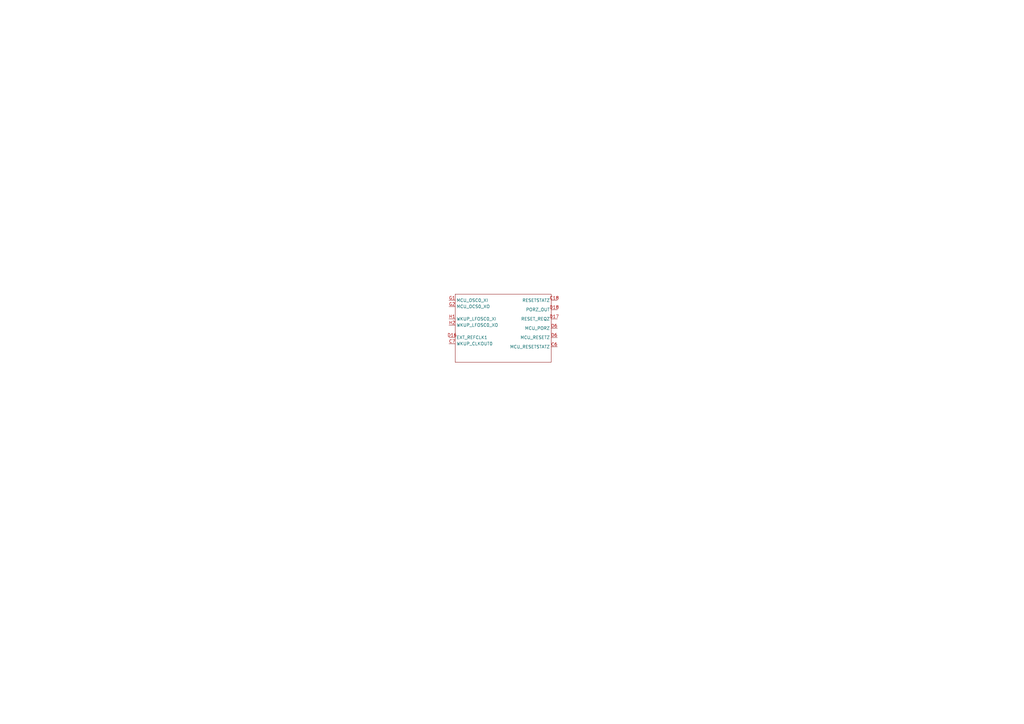
<source format=kicad_sch>
(kicad_sch (version 20250114) (generator "eeschema") (generator_version "9.0")
  (paper "A3")
  (lib_symbols
    (symbol "osd62x-pm_1"
      (symbol "osd62x-pm_1_1_1"
        (rectangle (start -20.32 -2.54) (end 19.05 -198.12))
        (pin power_in line (at -22.86 -5.08 0) (length 2.54) (name "VDD_CORE") (number "G13"))
        (pin power_in line (at -22.86 -7.62 0) (length 2.54) (name "VDD_CORE") (number "G14"))
        (pin power_in line (at -22.86 -10.16 0) (length 2.54) (name "VDD_CORE") (number "G15"))
        (pin power_in line (at -22.86 -12.7 0) (length 2.54) (name "VDD_CORE") (number "G16"))
        (pin power_in line (at -22.86 -15.24 0) (length 2.54) (name "VDD_CORE") (number "G16"))
        (pin power_in line (at -22.86 -17.78 0) (length 2.54) (name "VDD_CORE") (number "H12"))
        (pin power_in line (at -22.86 -20.32 0) (length 2.54) (name "VDD_CORE") (number "H13"))
        (pin power_in line (at -22.86 -22.86 0) (length 2.54) (name "VDD_CORE") (number "H14"))
        (pin power_in line (at -22.86 -25.4 0) (length 2.54) (name "VDD_CORE") (number "H15"))
        (pin power_in line (at -22.86 -27.94 0) (length 2.54) (name "VDD_CORE") (number "H16"))
        (pin power_in line (at -22.86 -30.48 0) (length 2.54) (name "VDD_CORE") (number "J12"))
        (pin power_in line (at -22.86 -33.02 0) (length 2.54) (name "VDD_CORE") (number "J13"))
        (pin power_in line (at -22.86 -35.56 0) (length 2.54) (name "VDD_CORE") (number "J16"))
        (pin power_in line (at -22.86 -38.1 0) (length 2.54) (name "VDD_CORE") (number "K12"))
        (pin power_in line (at -22.86 -40.64 0) (length 2.54) (name "VDD_CORE") (number "K13"))
        (pin power_in line (at -22.86 -43.18 0) (length 2.54) (name "VDD_CORE") (number "K16"))
        (pin power_in line (at -22.86 -45.72 0) (length 2.54) (name "VDD_CORE") (number "L13"))
        (pin power_in line (at -22.86 -48.26 0) (length 2.54) (name "VDD_CORE") (number "L14"))
        (pin power_in line (at -22.86 -50.8 0) (length 2.54) (name "VDD_CORE") (number "L15"))
        (pin power_in line (at -22.86 -55.88 0) (length 2.54) (name "VDDR_CORE") (number "H17"))
        (pin power_in line (at -22.86 -58.42 0) (length 2.54) (name "VDDR_CORE") (number "H18"))
        (pin power_in line (at -22.86 -60.96 0) (length 2.54) (name "VDDR_CORE") (number "J17"))
        (pin power_in line (at -22.86 -63.5 0) (length 2.54) (name "VDDR_CORE") (number "J18"))
        (pin power_in line (at -22.86 -66.04 0) (length 2.54) (name "VDDR_CORE") (number "K17"))
        (pin power_in line (at -22.86 -68.58 0) (length 2.54) (name "VDDR_CORE") (number "K18"))
        (pin power_in line (at -22.86 -71.12 0) (length 2.54) (name "VDDR_CORE") (number "L17"))
        (pin power_in line (at -22.86 -73.66 0) (length 2.54) (name "VDDR_CORE") (number "L18"))
        (pin power_in line (at -22.86 -78.74 0) (length 2.54) (name "DDR_VPP") (number "N10"))
        (pin power_in line (at -22.86 -85.09 0) (length 2.54) (name "VDDA_CORE_CSIRX0") (number "M13"))
        (pin power_in line (at -22.86 -88.9 0) (length 2.54) (name "VDDA_CORE_USB") (number "M12"))
        (pin power_in line (at -22.86 -92.71 0) (length 2.54) (name "VDD_CANUART") (number "G12"))
        (pin power_in line (at -22.86 -102.87 0) (length 2.54) (name "VDDA_1P8_OLDI0") (number "P11"))
        (pin power_in line (at -22.86 -105.41 0) (length 2.54) (name "VDDA_1P8_CSIRX0") (number "P13"))
        (pin power_in line (at -22.86 -107.95 0) (length 2.54) (name "VDDA_1P8_USB") (number "P12"))
        (pin power_in line (at -22.86 -110.49 0) (length 2.54) (name "VDDA_PLL0") (number "N13"))
        (pin power_in line (at -22.86 -113.03 0) (length 2.54) (name "VDDA_PLL1") (number "N14"))
        (pin power_in line (at -22.86 -115.57 0) (length 2.54) (name "VDDA_PLL2") (number "F14"))
        (pin power_in line (at -22.86 -118.11 0) (length 2.54) (name "VDDA_MCU") (number "F13"))
        (pin power_in line (at -22.86 -120.65 0) (length 2.54) (name "VDDA_TEMP") (number "N12"))
        (pin power_in line (at -22.86 -123.19 0) (length 2.54) (name "VDDA_OSC0") (number "D15"))
        (pin power_in line (at -22.86 -125.73 0) (length 2.54) (name "VDDA_3P3_USB") (number "N7"))
        (pin power_in line (at -22.86 -135.89 0) (length 2.54) (name "VPP") (number "C16"))
        (pin power_in line (at -22.86 -144.78 0) (length 2.54) (name "VMON_SYS") (number "A15"))
        (pin power_in line (at -22.86 -149.86 0) (length 2.54) (name "VMON_1P8_SOC") (number "C15"))
        (pin power_in line (at -22.86 -154.94 0) (length 2.54) (name "VMON_3P3_SOC") (number "B15"))
        (pin power_in line (at 21.59 -5.08 180) (length 2.54) (name "VDDS_DDR") (number "K10"))
        (pin power_in line (at 21.59 -7.62 180) (length 2.54) (name "VDDS_DDR") (number "K11"))
        (pin power_in line (at 21.59 -10.16 180) (length 2.54) (name "VDDS_DDR") (number "L9"))
        (pin power_in line (at 21.59 -12.7 180) (length 2.54) (name "VDDS_DDR") (number "L10"))
        (pin power_in line (at 21.59 -15.24 180) (length 2.54) (name "VDDS_DDR") (number "L11"))
        (pin power_in line (at 21.59 -17.78 180) (length 2.54) (name "VDDS_DDR") (number "M8"))
        (pin power_in line (at 21.59 -20.32 180) (length 2.54) (name "VDDS_DDR") (number "M9"))
        (pin power_in line (at 21.59 -22.86 180) (length 2.54) (name "VDDS_DDR") (number "M10"))
        (pin power_in line (at 21.59 -25.4 180) (length 2.54) (name "VDDS_DDR") (number "N8"))
        (pin power_in line (at 21.59 -27.94 180) (length 2.54) (name "VDDS_DDR") (number "N9"))
        (pin power_in line (at 21.59 -31.75 180) (length 2.54) (name "VDDSHV_CANUART") (number "F11"))
        (pin power_in line (at 21.59 -34.29 180) (length 2.54) (name "VDDSHV_CANUART") (number "G10"))
        (pin power_in line (at 21.59 -36.83 180) (length 2.54) (name "VDDSHV_MCU") (number "F12"))
        (pin power_in line (at 21.59 -39.37 180) (length 2.54) (name "VDDSHV_MCU") (number "G11"))
        (pin power_in line (at 21.59 -43.18 180) (length 2.54) (name "VDDSHV0") (number "J21"))
        (pin power_in line (at 21.59 -45.72 180) (length 2.54) (name "VDDSHV0") (number "J22"))
        (pin power_in line (at 21.59 -48.26 180) (length 2.54) (name "VDDSHV1") (number "K21"))
        (pin power_in line (at 21.59 -50.8 180) (length 2.54) (name "VDDSHV1") (number "K22"))
        (pin power_in line (at 21.59 -53.34 180) (length 2.54) (name "VDDSHV2") (number "M21"))
        (pin power_in line (at 21.59 -55.88 180) (length 2.54) (name "VDDSHV2") (number "M22"))
        (pin power_in line (at 21.59 -58.42 180) (length 2.54) (name "VDDSHV3") (number "L21"))
        (pin power_in line (at 21.59 -60.96 180) (length 2.54) (name "VDDSHV3") (number "L22"))
        (pin power_in line (at 21.59 -63.5 180) (length 2.54) (name "VDDSHV4") (number "N11"))
        (pin power_in line (at 21.59 -66.04 180) (length 2.54) (name "VDDSHV4") (number "P10"))
        (pin power_in line (at 21.59 -68.58 180) (length 2.54) (name "VDDSHV5") (number "G21"))
        (pin power_in line (at 21.59 -71.12 180) (length 2.54) (name "VDDSHV5") (number "G22"))
        (pin power_in line (at 21.59 -73.66 180) (length 2.54) (name "VDDSHV6") (number "H21"))
        (pin power_in line (at 21.59 -76.2 180) (length 2.54) (name "VDDSHV6") (number "H22"))
        (pin power_in line (at 21.59 -80.01 180) (length 2.54) (name "VSS") (number "A2"))
        (pin power_in line (at 21.59 -82.55 180) (length 2.54) (name "VSS") (number "A14"))
        (pin power_in line (at 21.59 -85.09 180) (length 2.54) (name "VSS") (number "A27"))
        (pin power_in line (at 21.59 -87.63 180) (length 2.54) (name "VSS") (number "B1"))
        (pin power_in line (at 21.59 -90.17 180) (length 2.54) (name "VSS") (number "B14"))
        (pin power_in line (at 21.59 -92.71 180) (length 2.54) (name "VSS") (number "B28"))
        (pin power_in line (at 21.59 -95.25 180) (length 2.54) (name "VSS") (number "C3"))
        (pin power_in line (at 21.59 -97.79 180) (length 2.54) (name "VSS") (number "C4"))
        (pin power_in line (at 21.59 -100.33 180) (length 2.54) (name "VSS") (number "C14"))
        (pin power_in line (at 21.59 -102.87 180) (length 2.54) (name "VSS") (number "D3"))
        (pin power_in line (at 21.59 -105.41 180) (length 2.54) (name "VSS") (number "D4"))
        (pin power_in line (at 21.59 -107.95 180) (length 2.54) (name "VSS") (number "D14"))
        (pin power_in line (at 21.59 -110.49 180) (length 2.54) (name "VSS") (number "E3"))
        (pin power_in line (at 21.59 -113.03 180) (length 2.54) (name "VSS") (number "E4"))
        (pin power_in line (at 21.59 -115.57 180) (length 2.54) (name "VSS") (number "E5"))
        (pin power_in line (at 21.59 -118.11 180) (length 2.54) (name "VSS") (number "E6"))
        (pin power_in line (at 21.59 -120.65 180) (length 2.54) (name "VSS") (number "E7"))
        (pin power_in line (at 21.59 -123.19 180) (length 2.54) (name "VSS") (number "E8"))
        (pin power_in line (at 21.59 -125.73 180) (length 2.54) (name "VSS") (number "E9"))
        (pin power_in line (at 21.59 -128.27 180) (length 2.54) (name "VSS") (number "E10"))
        (pin power_in line (at 21.59 -130.81 180) (length 2.54) (name "VSS") (number "E11"))
        (pin power_in line (at 21.59 -133.35 180) (length 2.54) (name "VSS") (number "E12"))
        (pin power_in line (at 21.59 -135.89 180) (length 2.54) (name "VSS") (number "E13"))
        (pin power_in line (at 21.59 -138.43 180) (length 2.54) (name "VSS") (number "E16"))
        (pin power_in line (at 21.59 -140.97 180) (length 2.54) (name "VSS") (number "E17"))
        (pin power_in line (at 21.59 -143.51 180) (length 2.54) (name "VSS") (number "E18"))
        (pin power_in line (at 21.59 -146.05 180) (length 2.54) (name "VSS") (number "E19"))
        (pin power_in line (at 21.59 -148.59 180) (length 2.54) (name "VSS") (number "E20"))
        (pin power_in line (at 21.59 -151.13 180) (length 2.54) (name "VSS") (number "E21"))
        (pin power_in line (at 21.59 -153.67 180) (length 2.54) (name "VSS") (number "E22"))
        (pin power_in line (at 21.59 -156.21 180) (length 2.54) (name "VSS") (number "E23"))
        (pin power_in line (at 21.59 -158.75 180) (length 2.54) (name "VSS") (number "E24"))
        (pin power_in line (at 21.59 -161.29 180) (length 2.54) (name "VSS") (number "F19"))
        (pin power_in line (at 21.59 -163.83 180) (length 2.54) (name "VSS") (number "F20"))
        (pin power_in line (at 21.59 -166.37 180) (length 2.54) (name "VSS") (number "F21"))
        (pin power_in line (at 21.59 -168.91 180) (length 2.54) (name "VSS") (number "F22"))
        (pin power_in line (at 21.59 -171.45 180) (length 2.54) (name "VSS") (number "F23"))
        (pin power_in line (at 21.59 -173.99 180) (length 2.54) (name "VSS") (number "F24"))
        (pin power_in line (at 21.59 -176.53 180) (length 2.54) (name "VSS") (number "G19"))
        (pin power_in line (at 21.59 -179.07 180) (length 2.54) (name "VSS") (number "G20"))
        (pin power_in line (at 21.59 -181.61 180) (length 2.54) (name "VSS") (number "G23"))
        (pin power_in line (at 21.59 -184.15 180) (length 2.54) (name "VSS") (number "G24"))
        (pin power_in line (at 21.59 -186.69 180) (length 2.54) (name "VSS") (number "H19"))
        (pin power_in line (at 21.59 -189.23 180) (length 2.54) (name "VSS") (number "H20"))
        (pin power_in line (at 21.59 -191.77 180) (length 2.54) (name "VSS") (number "H24"))
        (pin power_in line (at 21.59 -194.31 180) (length 2.54) (name "VSS") (number "J14"))
        (pin power_in line (at 21.59 -196.85 180) (length 2.54) (name "VSS") (number "J15"))
      )
      (symbol "osd62x-pm_1_2_1"
        (rectangle (start -19.05 -2.54) (end 20.32 -30.48))
        (pin input line (at -184.15 132.08 0) (length 2.54) (name "MCU_OSC0_XI") (number "G1"))
        (pin input line (at -21.59 -5.08 0) (length 2.54) (name "MCU_OSC0_XI") (number "G1"))
        (pin output line (at -21.59 -7.62 0) (length 2.54) (name "MCU_OCS0_XO") (number "G2"))
        (pin input line (at -21.59 -12.7 0) (length 2.54) (name "WKUP_LFOSC0_XI") (number "H1"))
        (pin output line (at -21.59 -15.24 0) (length 2.54) (name "WKUP_LFOSC0_XO") (number "H2"))
        (pin input line (at -21.59 -20.32 0) (length 2.54) (name "EXT_REFCLK1") (number "D16"))
        (pin output line (at -21.59 -22.86 0) (length 2.54) (name "WKUP_CLKOUT0") (number "C7"))
        (pin output line (at 22.86 -5.08 180) (length 2.54) (name "RESETSTATZ") (number "C18"))
        (pin output line (at 22.86 -8.89 180) (length 2.54) (name "PORZ_OUT") (number "D18"))
        (pin input line (at 22.86 -12.7 180) (length 2.54) (name "RESET_REQZ") (number "D17"))
        (pin input line (at 22.86 -16.51 180) (length 2.54) (name "MCU_PORZ") (number "D6"))
        (pin input line (at 22.86 -20.32 180) (length 2.54) (name "MCU_RESETZ") (number "D6"))
        (pin output line (at 22.86 -24.13 180) (length 2.54) (name "MCU_RESETSTATZ") (number "C6"))
      )
      (symbol "osd62x-pm_1_3_1"
        (rectangle (start -20.32 -2.54) (end 19.05 -55.88))
        (pin power_in line (at -22.86 -5.08 0) (length 2.54) (name "DDR_VPP") (number "N10"))
        (pin no_connect line (at -22.86 -8.89 0) (length 2.54) (name "DDR_RSVD0") (number "F10"))
        (pin bidirectional line (at -22.86 -15.24 0) (length 2.54) (name "GPMC0_AD0") (number "G28"))
        (pin bidirectional line (at -22.86 -17.78 0) (length 2.54) (name "GPMC0_AD1") (number "G27"))
        (pin bidirectional line (at -22.86 -20.32 0) (length 2.54) (name "GPMC0_AD2") (number "F28"))
        (pin bidirectional line (at -22.86 -22.86 0) (length 2.54) (name "GPMC0_AD3") (number "F27"))
        (pin bidirectional line (at -22.86 -25.4 0) (length 2.54) (name "GPMC0_AD4") (number "E28"))
        (pin bidirectional line (at -22.86 -27.94 0) (length 2.54) (name "GPMC0_AD5") (number "E27"))
        (pin bidirectional line (at -22.86 -30.48 0) (length 2.54) (name "GPMC0_AD6") (number "D28"))
        (pin bidirectional line (at -22.86 -33.02 0) (length 2.54) (name "GPMC0_AD7") (number "D27"))
        (pin bidirectional line (at -22.86 -35.56 0) (length 2.54) (name "GPMC0_AD8") (number "L27"))
        (pin bidirectional line (at -22.86 -38.1 0) (length 2.54) (name "GPMC0_AD9") (number "L28"))
        (pin bidirectional line (at -22.86 -40.64 0) (length 2.54) (name "GPMC0_AD10") (number "K27"))
        (pin bidirectional line (at -22.86 -43.18 0) (length 2.54) (name "GPMC0_AD11") (number "K28"))
        (pin bidirectional line (at -22.86 -45.72 0) (length 2.54) (name "GPMC0_AD12") (number "J28"))
        (pin bidirectional line (at -22.86 -48.26 0) (length 2.54) (name "GPMC0_AD13") (number "J27"))
        (pin bidirectional line (at -22.86 -50.8 0) (length 2.54) (name "GPMC0_AD14") (number "H28"))
        (pin bidirectional line (at -22.86 -53.34 0) (length 2.54) (name "GPMC0_AD15") (number "H27"))
        (pin output line (at 21.59 -5.08 180) (length 2.54) (name "GPMC0_ADVN_ALE") (number "H25"))
        (pin output line (at 21.59 -7.62 180) (length 2.54) (name "GPMC0_OEN_REN") (number "H26"))
        (pin output line (at 21.59 -10.16 180) (length 2.54) (name "GPMC0_WEN") (number "J25"))
        (pin output line (at 21.59 -12.7 180) (length 2.54) (name "GPMC0_BE0N_CLE") (number "J26"))
        (pin output line (at 21.59 -15.24 180) (length 2.54) (name "GPMC0_BE1N") (number "K25"))
        (pin output line (at 21.59 -17.78 180) (length 2.54) (name "GPMC0_CSN0") (number "F26"))
        (pin output line (at 21.59 -20.32 180) (length 2.54) (name "GPMC0_CSN1") (number "F25"))
        (pin output line (at 21.59 -22.86 180) (length 2.54) (name "GPMC0_CSN2") (number "E26"))
        (pin output line (at 21.59 -25.4 180) (length 2.54) (name "GPMC0_CSN3") (number "E25"))
        (pin output line (at 21.59 -27.94 180) (length 2.54) (name "GPMC0_WAIT0") (number "L25"))
        (pin output line (at 21.59 -30.48 180) (length 2.54) (name "GPMC0_WAIT1") (number "L26"))
        (pin output line (at 21.59 -33.02 180) (length 2.54) (name "GPMC0_CLK") (number "K26"))
        (pin output line (at 21.59 -35.56 180) (length 2.54) (name "GPMC0_DIR") (number "G25"))
        (pin output line (at 21.59 -38.1 180) (length 2.54) (name "GPMC0_WPN") (number "G26"))
      )
    )
  )
  (symbol (lib_name "osd62x-pm_1") (lib_id "octavo_Library:osd62x-pm") (at 205.74 118.11 0) (unit 2)
    (property "Reference" "U1" (effects (hide yes)))
    (property "Value" "~" (at 125.095 -13.97 0))
  )
)
</source>
